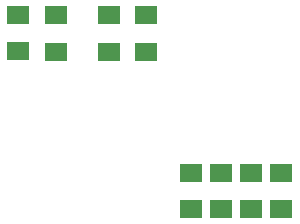
<source format=gbp>
G04 MADE WITH FRITZING*
G04 WWW.FRITZING.ORG*
G04 DOUBLE SIDED*
G04 HOLES PLATED*
G04 CONTOUR ON CENTER OF CONTOUR VECTOR*
%ASAXBY*%
%FSLAX23Y23*%
%MOIN*%
%OFA0B0*%
%SFA1.0B1.0*%
%ADD10R,0.074803X0.062992*%
%ADD11R,0.001000X0.001000*%
%LNPASTEMASK0*%
G90*
G70*
G54D10*
X4718Y2463D03*
X4718Y2341D03*
X4618Y2463D03*
X4618Y2341D03*
X4418Y2463D03*
X4418Y2341D03*
X4518Y2463D03*
X4518Y2341D03*
X4268Y2988D03*
X4268Y2866D03*
X4143Y2988D03*
X4143Y2866D03*
X3968Y2988D03*
X3968Y2866D03*
X3841Y2990D03*
X3841Y2868D03*
G54D11*
D02*
G04 End of PasteMask0*
M02*
</source>
